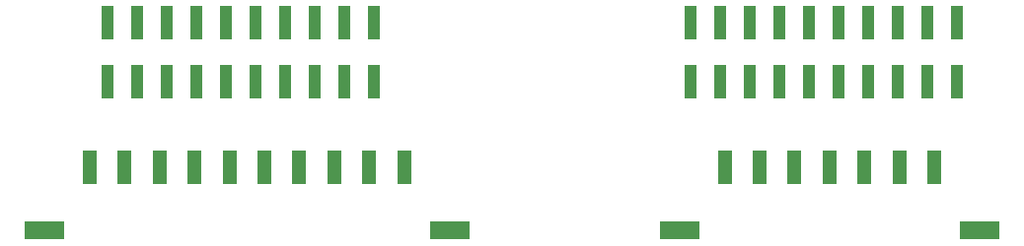
<source format=gbr>
%TF.GenerationSoftware,KiCad,Pcbnew,7.0.1*%
%TF.CreationDate,2025-05-28T16:08:48+02:00*%
%TF.ProjectId,federkontaktplatine_oben,66656465-726b-46f6-9e74-616b74706c61,rev?*%
%TF.SameCoordinates,Original*%
%TF.FileFunction,Paste,Top*%
%TF.FilePolarity,Positive*%
%FSLAX46Y46*%
G04 Gerber Fmt 4.6, Leading zero omitted, Abs format (unit mm)*
G04 Created by KiCad (PCBNEW 7.0.1) date 2025-05-28 16:08:48*
%MOMM*%
%LPD*%
G01*
G04 APERTURE LIST*
%ADD10R,1.000000X3.000000*%
%ADD11R,1.270000X2.920000*%
%ADD12R,3.430000X1.650000*%
G04 APERTURE END LIST*
D10*
%TO.C,J4*%
X180930000Y-107520000D03*
X180930000Y-102480000D03*
X178390000Y-107520000D03*
X178390000Y-102480000D03*
X175850000Y-107520000D03*
X175850000Y-102480000D03*
X173310000Y-107520000D03*
X173310000Y-102480000D03*
X170770000Y-107520000D03*
X170770000Y-102480000D03*
X168230000Y-107520000D03*
X168230000Y-102480000D03*
X165690000Y-107520000D03*
X165690000Y-102480000D03*
X163150000Y-107520000D03*
X163150000Y-102480000D03*
X160610000Y-107520000D03*
X160610000Y-102480000D03*
X158070000Y-107520000D03*
X158070000Y-102480000D03*
%TD*%
%TO.C,J3*%
X130930000Y-107520000D03*
X130930000Y-102480000D03*
X128390000Y-107520000D03*
X128390000Y-102480000D03*
X125850000Y-107520000D03*
X125850000Y-102480000D03*
X123310000Y-107520000D03*
X123310000Y-102480000D03*
X120770000Y-107520000D03*
X120770000Y-102480000D03*
X118230000Y-107520000D03*
X118230000Y-102480000D03*
X115690000Y-107520000D03*
X115690000Y-102480000D03*
X113150000Y-107520000D03*
X113150000Y-102480000D03*
X110610000Y-107520000D03*
X110610000Y-102480000D03*
X108070000Y-107520000D03*
X108070000Y-102480000D03*
%TD*%
D11*
%TO.C,J1*%
X133500000Y-114880000D03*
X130500000Y-114880000D03*
X127500000Y-114880000D03*
X124500000Y-114880000D03*
X121500000Y-114880000D03*
X118500000Y-114880000D03*
X115500000Y-114880000D03*
X112500000Y-114880000D03*
X109500000Y-114880000D03*
X106500000Y-114880000D03*
D12*
X137385000Y-120350000D03*
X102615000Y-120350000D03*
%TD*%
D11*
%TO.C,J2*%
X179000000Y-114880000D03*
X176000000Y-114880000D03*
X173000000Y-114880000D03*
X170000000Y-114880000D03*
X167000000Y-114880000D03*
X164000000Y-114880000D03*
X161000000Y-114880000D03*
D12*
X182885000Y-120350000D03*
X157115000Y-120350000D03*
%TD*%
M02*

</source>
